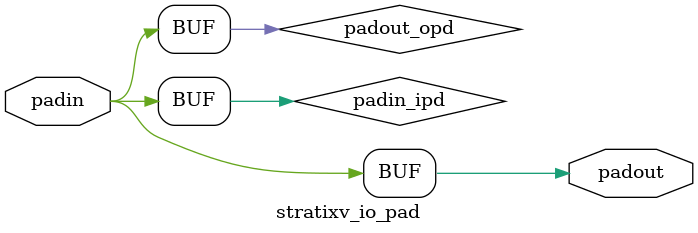
<source format=v>
module stratixv_io_pad ( 
		      padin, 
                      padout
	            );
parameter lpm_type = "stratixv_io_pad";
input padin; 
output padout;
wire padin_ipd;
wire padout_opd;
buf padin_buf  (padin_ipd,padin);
assign padout_opd = padin_ipd;
buf padout_buf (padout, padout_opd);
endmodule
</source>
